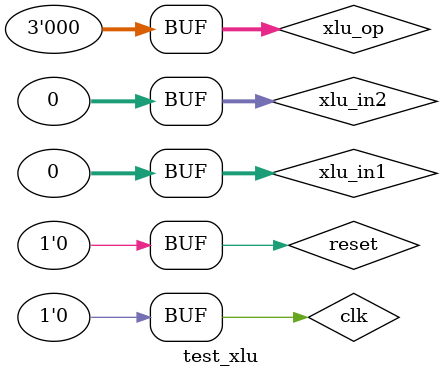
<source format=v>
`timescale 1ns / 1ps


module test_xlu;

	// Inputs
	reg [31:0] xlu_in1;
	reg [31:0] xlu_in2;
	reg [2:0] xlu_op;
	reg clk;
	reg reset;

	// Outputs
	wire start;
	wire busy;
	wire [31:0] hi_out;
	wire [31:0] lo_out;

	// Instantiate the Unit Under Test (UUT)
	xlu uut (
		.xlu_in1(xlu_in1), 
		.xlu_in2(xlu_in2), 
		.xlu_op(xlu_op), 
		.clk(clk), 
		.reset(reset), 
		.start(start), 
		.busy(busy), 
		.hi_out(hi_out), 
		.lo_out(lo_out)
	);

	initial begin
		// Initialize Inputs
		xlu_in1 = 0;
		xlu_in2 = 0;
		xlu_op = 0;
		clk = 0;
		reset = 0;

		// Wait 100 ns for global reset to finish
		#100;
        
		// Add stimulus here

	end
      
endmodule


</source>
